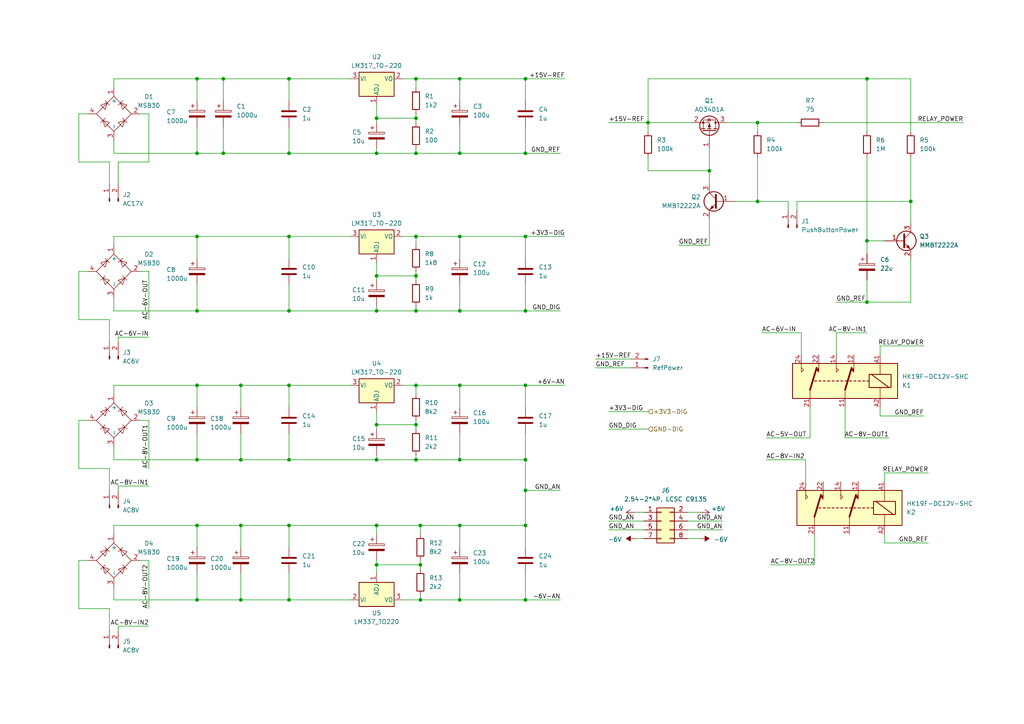
<source format=kicad_sch>
(kicad_sch (version 20231120) (generator "eeschema") (generator_version "8.0")
  (paper "A4")
  (lib_symbols
    (symbol "Connector:Conn_01x02_Pin" (pin_names (offset 1.016) hide)
      (property "Reference" "J" (at 0 2.54 0))
      (property "Value" "Conn_01x02_Pin" (at 0 -5.08 0))
      (symbol "Conn_01x02_Pin_1_1"
        (polyline (pts (xy 1.27 -2.54) (xy 0.8636 -2.54)) (stroke (width 0.1524)))
        (polyline (pts (xy 1.27 0) (xy 0.8636 0)) (stroke (width 0.1524)))
        (rectangle (start 0.8636 -2.413) (end 0 -2.667) (stroke (width 0.1524)) (fill (type outline)))
        (rectangle (start 0.8636 0.127) (end 0 -0.127) (stroke (width 0.1524)) (fill (type outline)))
        (pin passive line (at 5.08 0 180) (length 3.81) (name "Pin_1") (number "1"))
        (pin passive line (at 5.08 -2.54 180) (length 3.81) (name "Pin_2") (number "2"))
      )
    )
    (symbol "Connector_Generic:Conn_02x04_Odd_Even" (pin_names (offset 1.016) hide)
      (property "Reference" "J" (at 1.27 5.08 0))
      (property "Value" "Conn_02x04_Odd_Even" (at 1.27 -7.62 0))
      (symbol "Conn_02x04_Odd_Even_1_1"
        (rectangle (start -1.27 -4.953) (end 0 -5.207) (stroke (width 0.1524)))
        (rectangle (start -1.27 -2.413) (end 0 -2.667) (stroke (width 0.1524)))
        (rectangle (start -1.27 0.127) (end 0 -0.127) (stroke (width 0.1524)))
        (rectangle (start -1.27 2.667) (end 0 2.413) (stroke (width 0.1524)))
        (rectangle (start -1.27 3.81) (end 3.81 -6.35) (stroke (width 0.254)) (fill (type background)))
        (rectangle (start 3.81 -4.953) (end 2.54 -5.207) (stroke (width 0.1524)))
        (rectangle (start 3.81 -2.413) (end 2.54 -2.667) (stroke (width 0.1524)))
        (rectangle (start 3.81 0.127) (end 2.54 -0.127) (stroke (width 0.1524)))
        (rectangle (start 3.81 2.667) (end 2.54 2.413) (stroke (width 0.1524)))
        (pin passive line (at -5.08 2.54 0) (length 3.81) (name "Pin_1") (number "1"))
        (pin passive line (at 7.62 2.54 180) (length 3.81) (name "Pin_2") (number "2"))
        (pin passive line (at -5.08 0 0) (length 3.81) (name "Pin_3") (number "3"))
        (pin passive line (at 7.62 0 180) (length 3.81) (name "Pin_4") (number "4"))
        (pin passive line (at -5.08 -2.54 0) (length 3.81) (name "Pin_5") (number "5"))
        (pin passive line (at 7.62 -2.54 180) (length 3.81) (name "Pin_6") (number "6"))
        (pin passive line (at -5.08 -5.08 0) (length 3.81) (name "Pin_7") (number "7"))
        (pin passive line (at 7.62 -5.08 180) (length 3.81) (name "Pin_8") (number "8"))
      )
    )
    (symbol "Device:C" (pin_numbers hide) (pin_names (offset 0.254))
      (property "Reference" "C" (at 0.635 2.54 0))
      (property "Value" "C" (at 0.635 -2.54 0))
      (symbol "C_0_1"
        (polyline (pts (xy -2.032 -0.762) (xy 2.032 -0.762)) (stroke (width 0.508)))
        (polyline (pts (xy -2.032 0.762) (xy 2.032 0.762)) (stroke (width 0.508)))
      )
      (symbol "C_1_1"
        (pin passive line (at 0 3.81 270) (length 2.794) (name "~") (number "1"))
        (pin passive line (at 0 -3.81 90) (length 2.794) (name "~") (number "2"))
      )
    )
    (symbol "Device:C_Polarized" (pin_numbers hide) (pin_names (offset 0.254))
      (property "Reference" "C" (at 0.635 2.54 0))
      (property "Value" "C_Polarized" (at 0.635 -2.54 0))
      (symbol "C_Polarized_0_1"
        (rectangle (start -2.286 0.508) (end 2.286 1.016))
        (polyline (pts (xy -1.778 2.286) (xy -0.762 2.286)))
        (polyline (pts (xy -1.27 2.794) (xy -1.27 1.778)))
        (rectangle (start 2.286 -0.508) (end -2.286 -1.016) (fill (type outline)))
      )
      (symbol "C_Polarized_1_1"
        (pin passive line (at 0 3.81 270) (length 2.794) (name "~") (number "1"))
        (pin passive line (at 0 -3.81 90) (length 2.794) (name "~") (number "2"))
      )
    )
    (symbol "Device:R" (pin_numbers hide) (pin_names (offset 0))
      (property "Reference" "R" (at 2.032 0 90))
      (property "Value" "R" (at 0 0 90))
      (symbol "R_0_1"
        (rectangle (start -1.016 -2.54) (end 1.016 2.54) (stroke (width 0.254)))
      )
      (symbol "R_1_1"
        (pin passive line (at 0 3.81 270) (length 1.27) (name "~") (number "1"))
        (pin passive line (at 0 -3.81 90) (length 1.27) (name "~") (number "2"))
      )
    )
    (symbol "Passives:MSB30"
      (property "Reference" "D" (at 0.254 9.652 0))
      (property "Value" "MSB30" (at 0 0 0))
      (symbol "MSB30_0_1"
        (polyline (pts (xy -2.54 3.81) (xy -1.27 2.54)))
        (polyline (pts (xy -1.27 -2.54) (xy -2.54 -3.81)))
        (polyline (pts (xy 2.54 -1.27) (xy 3.81 -2.54)))
        (polyline (pts (xy 2.54 1.27) (xy 3.81 2.54)))
        (polyline (pts (xy -3.81 2.54) (xy -2.54 1.27) (xy -1.905 3.175) (xy -3.81 2.54)))
        (polyline (pts (xy -2.54 -1.27) (xy -3.81 -2.54) (xy -1.905 -3.175) (xy -2.54 -1.27)))
        (polyline (pts (xy 1.27 2.54) (xy 2.54 3.81) (xy 3.175 1.905) (xy 1.27 2.54)))
        (polyline (pts (xy 3.175 -1.905) (xy 1.27 -2.54) (xy 2.54 -3.81) (xy 3.175 -1.905)))
        (polyline (pts (xy -5.08 0) (xy 0 -5.08) (xy 5.08 0) (xy 0 5.08) (xy -5.08 0)))
      )
      (symbol "MSB30_1_1"
        (pin passive line (at 7.62 0 180) (length 2.54) (name "+") (number "1"))
        (pin passive line (at 0 -7.62 90) (length 2.54) (name "~") (number "2"))
        (pin passive line (at -7.62 0 0) (length 2.54) (name "-") (number "3"))
        (pin passive line (at 0 7.62 270) (length 2.54) (name "~") (number "4"))
      )
    )
    (symbol "Regulator_Linear:LM317_TO-220" (pin_names (offset 0.254))
      (property "Reference" "U" (at -3.81 3.175 0))
      (property "Value" "LM317_TO-220" (at 0 3.175 0))
      (symbol "LM317_TO-220_0_1"
        (rectangle (start -5.08 1.905) (end 5.08 -5.08) (stroke (width 0.254)) (fill (type background)))
      )
      (symbol "LM317_TO-220_1_1"
        (pin input line (at 0 -7.62 90) (length 2.54) (name "ADJ") (number "1"))
        (pin power_out line (at 7.62 0 180) (length 2.54) (name "VO") (number "2"))
        (pin power_in line (at -7.62 0 0) (length 2.54) (name "VI") (number "3"))
      )
    )
    (symbol "Regulator_Linear:LM337_TO220" (pin_names (offset 0.254))
      (property "Reference" "U" (at -3.81 -3.175 0))
      (property "Value" "LM337_TO220" (at 0 -3.175 0))
      (symbol "LM337_TO220_0_1"
        (rectangle (start -5.08 5.08) (end 5.08 -1.905) (stroke (width 0.254)) (fill (type background)))
      )
      (symbol "LM337_TO220_1_1"
        (pin input line (at 0 7.62 270) (length 2.54) (name "ADJ") (number "1"))
        (pin power_in line (at -7.62 0 0) (length 2.54) (name "VI") (number "2"))
        (pin power_out line (at 7.62 0 180) (length 2.54) (name "VO") (number "3"))
      )
    )
    (symbol "Relay:HK19F-DCxxV-SHC"
      (property "Reference" "K" (at 16.51 3.81 0))
      (property "Value" "HK19F-DCxxV-SHC" (at 16.51 1.27 0))
      (symbol "HK19F-DCxxV-SHC_0_1"
        (rectangle (start -15.24 5.08) (end 15.24 -5.08) (stroke (width 0.254)) (fill (type background)))
        (rectangle (start -13.335 1.905) (end -6.985 -1.905) (stroke (width 0.254)))
        (polyline (pts (xy -12.7 -1.905) (xy -7.62 1.905)) (stroke (width 0.254)))
        (polyline (pts (xy -10.16 -5.08) (xy -10.16 -1.905)))
        (polyline (pts (xy -10.16 5.08) (xy -10.16 1.905)))
        (polyline (pts (xy -6.985 0) (xy -6.35 0)) (stroke (width 0.254)))
        (polyline (pts (xy -5.715 0) (xy -5.08 0)) (stroke (width 0.254)))
        (polyline (pts (xy -4.445 0) (xy -3.81 0)) (stroke (width 0.254)))
        (polyline (pts (xy -3.175 0) (xy -2.54 0)) (stroke (width 0.254)))
        (polyline (pts (xy -1.905 0) (xy -1.27 0)) (stroke (width 0.254)))
        (polyline (pts (xy -0.635 0) (xy 0 0)) (stroke (width 0.254)))
        (polyline (pts (xy 0 -2.54) (xy -1.905 3.81)) (stroke (width 0.508)))
        (polyline (pts (xy 0 -2.54) (xy 0 -5.08)))
        (polyline (pts (xy 0.635 0) (xy 1.27 0)) (stroke (width 0.254)))
        (polyline (pts (xy 1.905 0) (xy 2.54 0)) (stroke (width 0.254)))
        (polyline (pts (xy 3.175 0) (xy 3.81 0)) (stroke (width 0.254)))
        (polyline (pts (xy 4.445 0) (xy 5.08 0)) (stroke (width 0.254)))
        (polyline (pts (xy 5.715 0) (xy 6.35 0)) (stroke (width 0.254)))
        (polyline (pts (xy 6.985 0) (xy 7.62 0)) (stroke (width 0.254)))
        (polyline (pts (xy 8.255 0) (xy 8.89 0)) (stroke (width 0.254)))
        (polyline (pts (xy 10.16 -2.54) (xy 8.255 3.81)) (stroke (width 0.508)))
        (polyline (pts (xy 10.16 -2.54) (xy 10.16 -5.08)))
        (polyline (pts (xy -2.54 5.08) (xy -2.54 2.54) (xy -1.905 3.175) (xy -2.54 3.81)) (fill (type outline)))
        (polyline (pts (xy 2.54 5.08) (xy 2.54 2.54) (xy 1.905 3.175) (xy 2.54 3.81)))
        (polyline (pts (xy 7.62 5.08) (xy 7.62 2.54) (xy 8.255 3.175) (xy 7.62 3.81)) (fill (type outline)))
        (polyline (pts (xy 12.7 5.08) (xy 12.7 2.54) (xy 12.065 3.175) (xy 12.7 3.81)))
      )
      (symbol "HK19F-DCxxV-SHC_1_1"
        (pin passive line (at 0 -7.62 90) (length 2.54) (name "~") (number "11"))
        (pin passive line (at -2.54 7.62 270) (length 2.54) (name "~") (number "12"))
        (pin passive line (at 2.54 7.62 270) (length 2.54) (name "~") (number "14"))
        (pin passive line (at 10.16 -7.62 90) (length 2.54) (name "~") (number "21"))
        (pin passive line (at 7.62 7.62 270) (length 2.54) (name "~") (number "22"))
        (pin passive line (at 12.7 7.62 270) (length 2.54) (name "~") (number "24"))
        (pin passive line (at -10.16 7.62 270) (length 2.54) (name "~") (number "A1"))
        (pin passive line (at -10.16 -7.62 90) (length 2.54) (name "~") (number "A2"))
      )
    )
    (symbol "Transistor_BJT:MMBT2222A" (pin_names (offset 0) hide)
      (property "Reference" "Q" (at 5.08 1.905 0))
      (property "Value" "MMBT2222A" (at 5.08 0 0))
      (symbol "MMBT2222A_0_1"
        (polyline (pts (xy 0.635 0.635) (xy 2.54 2.54)))
        (polyline (pts (xy 0.635 -0.635) (xy 2.54 -2.54) (xy 2.54 -2.54)))
        (polyline (pts (xy 0.635 1.905) (xy 0.635 -1.905) (xy 0.635 -1.905)) (stroke (width 0.508)))
        (polyline (pts (xy 1.27 -1.778) (xy 1.778 -1.27) (xy 2.286 -2.286) (xy 1.27 -1.778) (xy 1.27 -1.778)) (fill (type outline)))
        (circle (center 1.27 0) (radius 2.8194) (stroke (width 0.254)))
      )
      (symbol "MMBT2222A_1_1"
        (pin input line (at -5.08 0 0) (length 5.715) (name "B") (number "1"))
        (pin passive line (at 2.54 -5.08 90) (length 2.54) (name "E") (number "2"))
        (pin passive line (at 2.54 5.08 270) (length 2.54) (name "C") (number "3"))
      )
    )
    (symbol "Transistor_FET:AO3401A" (pin_names hide)
      (property "Reference" "Q" (at 5.08 1.905 0))
      (property "Value" "AO3401A" (at 5.08 0 0))
      (symbol "AO3401A_0_1"
        (polyline (pts (xy 0.254 0) (xy -2.54 0)))
        (polyline (pts (xy 0.254 1.905) (xy 0.254 -1.905)) (stroke (width 0.254)))
        (polyline (pts (xy 0.762 -1.27) (xy 0.762 -2.286)) (stroke (width 0.254)))
        (polyline (pts (xy 0.762 0.508) (xy 0.762 -0.508)) (stroke (width 0.254)))
        (polyline (pts (xy 0.762 2.286) (xy 0.762 1.27)) (stroke (width 0.254)))
        (polyline (pts (xy 2.54 2.54) (xy 2.54 1.778)))
        (polyline (pts (xy 2.54 -2.54) (xy 2.54 0) (xy 0.762 0)))
        (polyline (pts (xy 0.762 1.778) (xy 3.302 1.778) (xy 3.302 -1.778) (xy 0.762 -1.778)))
        (polyline (pts (xy 2.286 0) (xy 1.27 0.381) (xy 1.27 -0.381) (xy 2.286 0)) (fill (type outline)))
        (polyline (pts (xy 2.794 -0.508) (xy 2.921 -0.381) (xy 3.683 -0.381) (xy 3.81 -0.254)))
        (polyline (pts (xy 3.302 -0.381) (xy 2.921 0.254) (xy 3.683 0.254) (xy 3.302 -0.381)))
        (circle (center 1.651 0) (radius 2.794) (stroke (width 0.254)))
        (circle (center 2.54 -1.778) (radius 0.254) (fill (type outline)))
        (circle (center 2.54 1.778) (radius 0.254) (fill (type outline)))
      )
      (symbol "AO3401A_1_1"
        (pin input line (at -5.08 0 0) (length 2.54) (name "G") (number "1"))
        (pin passive line (at 2.54 -5.08 90) (length 2.54) (name "S") (number "2"))
        (pin passive line (at 2.54 5.08 270) (length 2.54) (name "D") (number "3"))
      )
    )
    (symbol "power:+6V" (power) (pin_numbers hide) (pin_names (offset 0) hide)
      (property "Value" "+6V" (at 0 3.556 0))
      (symbol "+6V_0_1"
        (polyline (pts (xy -0.762 1.27) (xy 0 2.54)))
        (polyline (pts (xy 0 0) (xy 0 2.54)))
        (polyline (pts (xy 0 2.54) (xy 0.762 1.27)))
      )
      (symbol "+6V_1_1"
        (pin power_in line (at 0 0 90) (length 0) (name "~") (number "1"))
      )
    )
    (symbol "power:-10V" (power) (pin_numbers hide) (pin_names (offset 0) hide)
      (property "Value" "-10V" (at 0 3.556 0))
      (symbol "-10V_0_0"
        (pin power_in line (at 0 0 90) (length 0) (name "~") (number "1"))
      )
      (symbol "-10V_0_1"
        (polyline (pts (xy 0 0) (xy 0 1.27) (xy 0.762 1.27) (xy 0 2.54) (xy -0.762 1.27) (xy 0 1.27)) (fill (type outline)))
      )
    )
  )
  (junction (at 120.65 80.01))
  (junction (at 109.22 80.01))
  (junction (at 152.4 44.45))
  (junction (at 57.15 22.86))
  (junction (at 187.96 35.56))
  (junction (at 251.46 69.85))
  (junction (at 133.35 152.4))
  (junction (at 57.15 111.76))
  (junction (at 251.46 87.63))
  (junction (at 152.4 142.24))
  (junction (at 57.15 152.4))
  (junction (at 64.77 22.86))
  (junction (at 133.35 44.45))
  (junction (at 120.65 90.17))
  (junction (at 120.65 22.86))
  (junction (at 152.4 22.86))
  (junction (at 133.35 68.58))
  (junction (at 83.82 111.76))
  (junction (at 133.35 111.76))
  (junction (at 152.4 173.99))
  (junction (at 109.22 90.17))
  (junction (at 57.15 68.58))
  (junction (at 133.35 90.17))
  (junction (at 83.82 133.35))
  (junction (at 152.4 111.76))
  (junction (at 121.92 163.83))
  (junction (at 152.4 90.17))
  (junction (at 57.15 90.17))
  (junction (at 152.4 68.58))
  (junction (at 264.16 58.42))
  (junction (at 83.82 68.58))
  (junction (at 152.4 133.35))
  (junction (at 133.35 173.99))
  (junction (at 109.22 123.19))
  (junction (at 152.4 152.4))
  (junction (at 120.65 123.19))
  (junction (at 83.82 152.4))
  (junction (at 219.71 35.56))
  (junction (at 120.65 133.35))
  (junction (at 69.85 133.35))
  (junction (at 120.65 111.76))
  (junction (at 205.74 49.53))
  (junction (at 83.82 90.17))
  (junction (at 57.15 173.99))
  (junction (at 69.85 152.4))
  (junction (at 57.15 44.45))
  (junction (at 120.65 44.45))
  (junction (at 121.92 152.4))
  (junction (at 133.35 22.86))
  (junction (at 120.65 68.58))
  (junction (at 57.15 133.35))
  (junction (at 109.22 152.4))
  (junction (at 109.22 34.29))
  (junction (at 121.92 173.99))
  (junction (at 83.82 173.99))
  (junction (at 109.22 163.83))
  (junction (at 69.85 111.76))
  (junction (at 83.82 22.86))
  (junction (at 120.65 34.29))
  (junction (at 64.77 44.45))
  (junction (at 133.35 133.35))
  (junction (at 109.22 133.35))
  (junction (at 109.22 44.45))
  (junction (at 83.82 44.45))
  (junction (at 69.85 173.99))
  (junction (at 219.71 58.42))
  (junction (at 251.46 22.86))
  (wire (pts (xy 152.4 22.86) (xy 152.4 29.21)))
  (wire (pts (xy 251.46 69.85) (xy 256.54 69.85)))
  (wire (pts (xy 22.86 78.74) (xy 25.4 78.74)))
  (wire (pts (xy 264.16 22.86) (xy 251.46 22.86)))
  (wire (pts (xy 22.86 121.92) (xy 25.4 121.92)))
  (wire (pts (xy 31.75 92.71) (xy 22.86 92.71)))
  (wire (pts (xy 234.95 127) (xy 234.95 118.11)))
  (wire (pts (xy 152.4 133.35) (xy 133.35 133.35)))
  (wire (pts (xy 57.15 22.86) (xy 57.15 29.21)))
  (wire (pts (xy 205.74 49.53) (xy 205.74 53.34)))
  (wire (pts (xy 120.65 88.9) (xy 120.65 90.17)))
  (wire (pts (xy 232.41 96.52) (xy 232.41 102.87)))
  (wire (pts (xy 228.6 58.42) (xy 219.71 58.42)))
  (wire (pts (xy 43.18 162.56) (xy 40.64 162.56)))
  (wire (pts (xy 121.92 152.4) (xy 133.35 152.4)))
  (wire (pts (xy 133.35 166.37) (xy 133.35 173.99)))
  (wire (pts (xy 152.4 166.37) (xy 152.4 173.99)))
  (wire (pts (xy 33.02 111.76) (xy 57.15 111.76)))
  (wire (pts (xy 22.86 46.99) (xy 22.86 33.02)))
  (wire (pts (xy 152.4 90.17) (xy 162.56 90.17)))
  (wire (pts (xy 152.4 36.83) (xy 152.4 44.45)))
  (wire (pts (xy 83.82 44.45) (xy 109.22 44.45)))
  (wire (pts (xy 203.2 148.59) (xy 199.39 148.59)))
  (wire (pts (xy 33.02 173.99) (xy 33.02 170.18)))
  (wire (pts (xy 33.02 133.35) (xy 33.02 129.54)))
  (wire (pts (xy 57.15 44.45) (xy 33.02 44.45)))
  (wire (pts (xy 152.4 68.58) (xy 152.4 74.93)))
  (wire (pts (xy 196.85 71.12) (xy 205.74 71.12)))
  (wire (pts (xy 64.77 36.83) (xy 64.77 44.45)))
  (wire (pts (xy 34.29 97.79) (xy 43.18 97.79)))
  (wire (pts (xy 109.22 132.08) (xy 109.22 133.35)))
  (wire (pts (xy 109.22 34.29) (xy 120.65 34.29)))
  (wire (pts (xy 109.22 88.9) (xy 109.22 90.17)))
  (wire (pts (xy 199.39 153.67) (xy 209.55 153.67)))
  (wire (pts (xy 31.75 176.53) (xy 22.86 176.53)))
  (wire (pts (xy 186.69 153.67) (xy 176.53 153.67)))
  (wire (pts (xy 152.4 82.55) (xy 152.4 90.17)))
  (wire (pts (xy 187.96 22.86) (xy 187.96 35.56)))
  (wire (pts (xy 152.4 158.75) (xy 152.4 152.4)))
  (wire (pts (xy 64.77 44.45) (xy 57.15 44.45)))
  (wire (pts (xy 22.86 176.53) (xy 22.86 162.56)))
  (wire (pts (xy 31.75 135.89) (xy 22.86 135.89)))
  (wire (pts (xy 120.65 68.58) (xy 133.35 68.58)))
  (wire (pts (xy 184.15 148.59) (xy 186.69 148.59)))
  (wire (pts (xy 109.22 76.2) (xy 109.22 80.01)))
  (wire (pts (xy 69.85 152.4) (xy 69.85 158.75)))
  (wire (pts (xy 187.96 35.56) (xy 176.53 35.56)))
  (wire (pts (xy 120.65 121.92) (xy 120.65 123.19)))
  (wire (pts (xy 57.15 111.76) (xy 69.85 111.76)))
  (wire (pts (xy 31.75 53.34) (xy 31.75 46.99)))
  (wire (pts (xy 57.15 133.35) (xy 69.85 133.35)))
  (wire (pts (xy 33.02 152.4) (xy 57.15 152.4)))
  (wire (pts (xy 57.15 152.4) (xy 69.85 152.4)))
  (wire (pts (xy 57.15 111.76) (xy 57.15 118.11)))
  (wire (pts (xy 83.82 158.75) (xy 83.82 152.4)))
  (wire (pts (xy 109.22 80.01) (xy 109.22 81.28)))
  (wire (pts (xy 264.16 58.42) (xy 264.16 64.77)))
  (wire (pts (xy 109.22 44.45) (xy 120.65 44.45)))
  (wire (pts (xy 133.35 68.58) (xy 152.4 68.58)))
  (wire (pts (xy 152.4 142.24) (xy 152.4 152.4)))
  (wire (pts (xy 199.39 151.13) (xy 209.55 151.13)))
  (wire (pts (xy 152.4 44.45) (xy 162.56 44.45)))
  (wire (pts (xy 121.92 173.99) (xy 121.92 172.72)))
  (wire (pts (xy 133.35 82.55) (xy 133.35 90.17)))
  (wire (pts (xy 251.46 87.63) (xy 251.46 81.28)))
  (wire (pts (xy 152.4 111.76) (xy 163.83 111.76)))
  (wire (pts (xy 120.65 132.08) (xy 120.65 133.35)))
  (wire (pts (xy 205.74 49.53) (xy 205.74 43.18)))
  (wire (pts (xy 83.82 74.93) (xy 83.82 68.58)))
  (wire (pts (xy 109.22 34.29) (xy 109.22 35.56)))
  (wire (pts (xy 57.15 166.37) (xy 57.15 173.99)))
  (wire (pts (xy 264.16 38.1) (xy 264.16 22.86)))
  (wire (pts (xy 210.82 35.56) (xy 219.71 35.56)))
  (wire (pts (xy 251.46 22.86) (xy 187.96 22.86)))
  (wire (pts (xy 109.22 43.18) (xy 109.22 44.45)))
  (wire (pts (xy 256.54 157.48) (xy 256.54 154.94)))
  (wire (pts (xy 83.82 44.45) (xy 64.77 44.45)))
  (wire (pts (xy 33.02 22.86) (xy 57.15 22.86)))
  (wire (pts (xy 69.85 125.73) (xy 69.85 133.35)))
  (wire (pts (xy 220.98 96.52) (xy 232.41 96.52)))
  (wire (pts (xy 22.86 33.02) (xy 25.4 33.02)))
  (wire (pts (xy 133.35 158.75) (xy 133.35 152.4)))
  (wire (pts (xy 120.65 22.86) (xy 120.65 25.4)))
  (wire (pts (xy 31.75 142.24) (xy 31.75 135.89)))
  (wire (pts (xy 133.35 22.86) (xy 152.4 22.86)))
  (wire (pts (xy 121.92 163.83) (xy 121.92 165.1)))
  (wire (pts (xy 57.15 125.73) (xy 57.15 133.35)))
  (wire (pts (xy 152.4 173.99) (xy 133.35 173.99)))
  (wire (pts (xy 109.22 152.4) (xy 121.92 152.4)))
  (wire (pts (xy 219.71 35.56) (xy 231.14 35.56)))
  (wire (pts (xy 83.82 118.11) (xy 83.82 111.76)))
  (wire (pts (xy 34.29 140.97) (xy 43.18 140.97)))
  (wire (pts (xy 109.22 90.17) (xy 120.65 90.17)))
  (wire (pts (xy 152.4 90.17) (xy 133.35 90.17)))
  (wire (pts (xy 133.35 36.83) (xy 133.35 44.45)))
  (wire (pts (xy 43.18 33.02) (xy 40.64 33.02)))
  (wire (pts (xy 22.86 135.89) (xy 22.86 121.92)))
  (wire (pts (xy 222.25 127) (xy 234.95 127)))
  (wire (pts (xy 83.82 125.73) (xy 83.82 133.35)))
  (wire (pts (xy 152.4 142.24) (xy 152.4 133.35)))
  (wire (pts (xy 31.75 99.06) (xy 31.75 92.71)))
  (wire (pts (xy 83.82 111.76) (xy 101.6 111.76)))
  (wire (pts (xy 251.46 45.72) (xy 251.46 69.85)))
  (wire (pts (xy 255.27 100.33) (xy 267.97 100.33)))
  (wire (pts (xy 133.35 22.86) (xy 133.35 29.21)))
  (wire (pts (xy 120.65 133.35) (xy 133.35 133.35)))
  (wire (pts (xy 34.29 46.99) (xy 43.18 46.99)))
  (wire (pts (xy 219.71 38.1) (xy 219.71 35.56)))
  (wire (pts (xy 120.65 111.76) (xy 120.65 114.3)))
  (wire (pts (xy 152.4 142.24) (xy 162.56 142.24)))
  (wire (pts (xy 133.35 111.76) (xy 152.4 111.76)))
  (wire (pts (xy 57.15 173.99) (xy 69.85 173.99)))
  (wire (pts (xy 184.15 156.21) (xy 186.69 156.21)))
  (wire (pts (xy 256.54 139.7) (xy 256.54 137.16)))
  (wire (pts (xy 34.29 181.61) (xy 43.18 181.61)))
  (wire (pts (xy 109.22 163.83) (xy 121.92 163.83)))
  (wire (pts (xy 34.29 99.06) (xy 34.29 97.79)))
  (wire (pts (xy 267.97 120.65) (xy 255.27 120.65)))
  (wire (pts (xy 43.18 46.99) (xy 43.18 33.02)))
  (wire (pts (xy 133.35 111.76) (xy 133.35 118.11)))
  (wire (pts (xy 83.82 173.99) (xy 101.6 173.99)))
  (wire (pts (xy 242.57 102.87) (xy 242.57 96.52)))
  (wire (pts (xy 109.22 123.19) (xy 109.22 124.46)))
  (wire (pts (xy 43.18 92.71) (xy 43.18 78.74)))
  (wire (pts (xy 31.75 46.99) (xy 22.86 46.99)))
  (wire (pts (xy 109.22 133.35) (xy 120.65 133.35)))
  (wire (pts (xy 109.22 30.48) (xy 109.22 34.29)))
  (wire (pts (xy 69.85 173.99) (xy 83.82 173.99)))
  (wire (pts (xy 120.65 80.01) (xy 120.65 81.28)))
  (wire (pts (xy 231.14 58.42) (xy 264.16 58.42)))
  (wire (pts (xy 83.82 22.86) (xy 101.6 22.86)))
  (wire (pts (xy 172.72 106.68) (xy 182.88 106.68)))
  (wire (pts (xy 22.86 162.56) (xy 25.4 162.56)))
  (wire (pts (xy 109.22 119.38) (xy 109.22 123.19)))
  (wire (pts (xy 120.65 90.17) (xy 133.35 90.17)))
  (wire (pts (xy 121.92 154.94) (xy 121.92 152.4)))
  (wire (pts (xy 245.11 118.11) (xy 245.11 127)))
  (wire (pts (xy 43.18 135.89) (xy 43.18 121.92)))
  (wire (pts (xy 251.46 22.86) (xy 251.46 38.1)))
  (wire (pts (xy 57.15 36.83) (xy 57.15 44.45)))
  (wire (pts (xy 69.85 111.76) (xy 69.85 118.11)))
  (wire (pts (xy 120.65 78.74) (xy 120.65 80.01)))
  (wire (pts (xy 186.69 151.13) (xy 176.53 151.13)))
  (wire (pts (xy 69.85 133.35) (xy 83.82 133.35)))
  (wire (pts (xy 116.84 22.86) (xy 120.65 22.86)))
  (wire (pts (xy 31.75 182.88) (xy 31.75 176.53)))
  (wire (pts (xy 242.57 96.52) (xy 251.46 96.52)))
  (wire (pts (xy 83.82 36.83) (xy 83.82 44.45)))
  (wire (pts (xy 43.18 121.92) (xy 40.64 121.92)))
  (wire (pts (xy 69.85 152.4) (xy 83.82 152.4)))
  (wire (pts (xy 152.4 125.73) (xy 152.4 133.35)))
  (wire (pts (xy 43.18 176.53) (xy 43.18 162.56)))
  (wire (pts (xy 219.71 45.72) (xy 219.71 58.42)))
  (wire (pts (xy 33.02 114.3) (xy 33.02 111.76)))
  (wire (pts (xy 236.22 163.83) (xy 236.22 154.94)))
  (wire (pts (xy 109.22 162.56) (xy 109.22 163.83)))
  (wire (pts (xy 83.82 133.35) (xy 109.22 133.35)))
  (wire (pts (xy 83.82 29.21) (xy 83.82 22.86)))
  (wire (pts (xy 116.84 111.76) (xy 120.65 111.76)))
  (wire (pts (xy 33.02 44.45) (xy 33.02 40.64)))
  (wire (pts (xy 228.6 60.96) (xy 228.6 58.42)))
  (wire (pts (xy 133.35 173.99) (xy 121.92 173.99)))
  (wire (pts (xy 205.74 71.12) (xy 205.74 63.5)))
  (wire (pts (xy 152.4 152.4) (xy 133.35 152.4)))
  (wire (pts (xy 57.15 90.17) (xy 83.82 90.17)))
  (wire (pts (xy 120.65 33.02) (xy 120.65 34.29)))
  (wire (pts (xy 120.65 22.86) (xy 133.35 22.86)))
  (wire (pts (xy 120.65 111.76) (xy 133.35 111.76)))
  (wire (pts (xy 187.96 45.72) (xy 187.96 49.53)))
  (wire (pts (xy 34.29 182.88) (xy 34.29 181.61)))
  (wire (pts (xy 152.4 22.86) (xy 163.83 22.86)))
  (wire (pts (xy 43.18 78.74) (xy 40.64 78.74)))
  (wire (pts (xy 152.4 44.45) (xy 133.35 44.45)))
  (wire (pts (xy 57.15 173.99) (xy 33.02 173.99)))
  (wire (pts (xy 33.02 25.4) (xy 33.02 22.86)))
  (wire (pts (xy 231.14 60.96) (xy 231.14 58.42)))
  (wire (pts (xy 57.15 68.58) (xy 83.82 68.58)))
  (wire (pts (xy 34.29 142.24) (xy 34.29 140.97)))
  (wire (pts (xy 187.96 49.53) (xy 205.74 49.53)))
  (wire (pts (xy 255.27 102.87) (xy 255.27 100.33)))
  (wire (pts (xy 152.4 111.76) (xy 152.4 118.11)))
  (wire (pts (xy 255.27 120.65) (xy 255.27 118.11)))
  (wire (pts (xy 120.65 68.58) (xy 120.65 71.12)))
  (wire (pts (xy 200.66 35.56) (xy 187.96 35.56)))
  (wire (pts (xy 120.65 123.19) (xy 120.65 124.46)))
  (wire (pts (xy 109.22 163.83) (xy 109.22 166.37)))
  (wire (pts (xy 34.29 53.34) (xy 34.29 46.99)))
  (wire (pts (xy 69.85 166.37) (xy 69.85 173.99)))
  (wire (pts (xy 64.77 22.86) (xy 64.77 29.21)))
  (wire (pts (xy 83.82 166.37) (xy 83.82 173.99)))
  (wire (pts (xy 83.82 22.86) (xy 64.77 22.86)))
  (wire (pts (xy 120.65 34.29) (xy 120.65 35.56)))
  (wire (pts (xy 133.35 125.73) (xy 133.35 133.35)))
  (wire (pts (xy 233.68 133.35) (xy 233.68 139.7)))
  (wire (pts (xy 57.15 152.4) (xy 57.15 158.75)))
  (wire (pts (xy 83.82 68.58) (xy 101.6 68.58)))
  (wire (pts (xy 264.16 74.93) (xy 264.16 87.63)))
  (wire (pts (xy 57.15 90.17) (xy 33.02 90.17)))
  (wire (pts (xy 242.57 87.63) (xy 251.46 87.63)))
  (wire (pts (xy 120.65 44.45) (xy 133.35 44.45)))
  (wire (pts (xy 116.84 173.99) (xy 121.92 173.99)))
  (wire (pts (xy 121.92 162.56) (xy 121.92 163.83)))
  (wire (pts (xy 176.53 124.46) (xy 187.96 124.46)))
  (wire (pts (xy 57.15 133.35) (xy 33.02 133.35)))
  (wire (pts (xy 133.35 68.58) (xy 133.35 74.93)))
  (wire (pts (xy 120.65 43.18) (xy 120.65 44.45)))
  (wire (pts (xy 33.02 154.94) (xy 33.02 152.4)))
  (wire (pts (xy 256.54 137.16) (xy 269.24 137.16)))
  (wire (pts (xy 251.46 69.85) (xy 251.46 73.66)))
  (wire (pts (xy 57.15 22.86) (xy 64.77 22.86)))
  (wire (pts (xy 109.22 80.01) (xy 120.65 80.01)))
  (wire (pts (xy 219.71 58.42) (xy 213.36 58.42)))
  (wire (pts (xy 109.22 152.4) (xy 109.22 154.94)))
  (wire (pts (xy 203.2 156.21) (xy 199.39 156.21)))
  (wire (pts (xy 33.02 68.58) (xy 57.15 68.58)))
  (wire (pts (xy 222.25 133.35) (xy 233.68 133.35)))
  (wire (pts (xy 172.72 104.14) (xy 182.88 104.14)))
  (wire (pts (xy 57.15 82.55) (xy 57.15 90.17)))
  (wire (pts (xy 22.86 92.71) (xy 22.86 78.74)))
  (wire (pts (xy 83.82 90.17) (xy 109.22 90.17)))
  (wire (pts (xy 116.84 68.58) (xy 120.65 68.58)))
  (wire (pts (xy 223.52 163.83) (xy 236.22 163.83)))
  (wire (pts (xy 245.11 127) (xy 257.81 127)))
  (wire (pts (xy 238.76 35.56) (xy 279.4 35.56)))
  (wire (pts (xy 83.82 82.55) (xy 83.82 90.17)))
  (wire (pts (xy 109.22 152.4) (xy 83.82 152.4)))
  (wire (pts (xy 264.16 87.63) (xy 251.46 87.63)))
  (wire (pts (xy 152.4 68.58) (xy 163.83 68.58)))
  (wire (pts (xy 176.53 119.38) (xy 187.96 119.38)))
  (wire (pts (xy 33.02 90.17) (xy 33.02 86.36)))
  (wire (pts (xy 264.16 45.72) (xy 264.16 58.42)))
  (wire (pts (xy 57.15 68.58) (xy 57.15 74.93)))
  (wire (pts (xy 152.4 173.99) (xy 162.56 173.99)))
  (wire (pts (xy 269.24 157.48) (xy 256.54 157.48)))
  (wire (pts (xy 33.02 71.12) (xy 33.02 68.58)))
  (wire (pts (xy 109.22 123.19) (xy 120.65 123.19)))
  (wire (pts (xy 69.85 111.76) (xy 83.82 111.76)))
  (wire (pts (xy 187.96 35.56) (xy 187.96 38.1)))
  (label "RELAY_POWER" (at 269.24 137.16 180))
  (label "GND_REF" (at 172.72 106.68 0))
  (label "GND_REF" (at 162.56 44.45 180))
  (label "+3V3-DIG" (at 163.83 68.58 180))
  (label "GND_AN" (at 176.53 151.13 0))
  (label "GND_REF" (at 269.24 157.48 180))
  (label "RELAY_POWER" (at 279.4 35.56 180))
  (label "+3V3-DIG" (at 176.53 119.38 0))
  (label "AC-8V-IN1" (at 251.46 96.52 180))
  (label "AC-5V-OUT" (at 222.25 127 0))
  (label "GND_AN" (at 176.53 153.67 0))
  (label "GND_REF" (at 196.85 71.12 0))
  (label "GND_REF" (at 242.57 87.63 0))
  (label "GND_AN" (at 209.55 153.67 180))
  (label "+15V-REF" (at 176.53 35.56 0))
  (label "GND_AN" (at 209.55 151.13 180))
  (label "+15V-REF" (at 172.72 104.14 0))
  (label "GND_DIG" (at 176.53 124.46 0))
  (label "AC-6V-OUT" (at 43.18 92.71 90))
  (label "AC-8V-OUT2" (at 223.52 163.83 0))
  (label "AC-8V-OUT1" (at 43.18 135.89 90))
  (label "GND_REF" (at 267.97 120.65 180))
  (label "GND_DIG" (at 162.56 90.17 180))
  (label "+6V-AN" (at 163.83 111.76 180))
  (label "AC-6V-IN" (at 43.18 97.79 180))
  (label "-6V-AN" (at 162.56 173.99 180))
  (label "AC-8V-OUT1" (at 257.81 127 180))
  (label "AC-8V-IN2" (at 43.18 181.61 180))
  (label "+15V-REF" (at 163.83 22.86 180))
  (label "GND_AN" (at 162.56 142.24 180))
  (label "AC-8V-IN2" (at 222.25 133.35 0))
  (label "AC-6V-IN" (at 220.98 96.52 0))
  (label "AC-8V-IN1" (at 43.18 140.97 180))
  (label "AC-8V-OUT2" (at 43.18 176.53 90))
  (label "RELAY_POWER" (at 267.97 100.33 180))
  (hierarchical_label "GND-DIG" (shape input) (at 187.96 124.46 0))
  (hierarchical_label "+3V3-DIG" (shape input) (at 187.96 119.38 0))
  (symbol (lib_id "Device:C_Polarized") (at 133.35 162.56 0) (unit 1)
    (property "Reference" "C23" (at 137.16 160.4009 0) (effects (justify left)))
    (property "Value" "100u" (at 137.16 162.9409 0) (effects (justify left)))
    (property "Footprint" "Capacitor_SMD:CP_Elec_CAP-XX_DMF3Zxxxxxxxx3D" (effects (hide yes)))
    (property "Description" "Polarized capacitor" (effects (hide yes)))
  )
  (symbol (lib_id "Connector:Conn_01x02_Pin") (at 31.75 104.14 90) (unit 1)
    (property "Reference" "J3" (at 35.56 102.2349 90) (effects (justify right)))
    (property "Value" "AC6V" (at 35.56 104.7749 90) (effects (justify right)))
    (property "Footprint" "Connector_PinHeader_2.54mm:PinHeader_1x02_P2.54mm_Vertical" (effects (hide yes)))
    (property "Description" "Generic connector, single row, 01x02, script generated" (effects (hide yes)))
  )
  (symbol (lib_id "Device:C_Polarized") (at 133.35 33.02 0) (unit 1)
    (property "Reference" "C3" (at 137.16 30.8609 0) (effects (justify left)))
    (property "Value" "100u" (at 137.16 33.4009 0) (effects (justify left)))
    (property "Footprint" "Capacitor_SMD:CP_Elec_CAP-XX_DMF3Zxxxxxxxx3D" (effects (hide yes)))
    (property "Description" "Polarized capacitor" (effects (hide yes)))
  )
  (symbol (lib_id "Device:C_Polarized") (at 109.22 85.09 0) (unit 1)
    (property "Reference" "C11" (at 102.108 84.074 0) (effects (justify left)))
    (property "Value" "10u" (at 102.108 86.614 0) (effects (justify left)))
    (property "Footprint" "Capacitor_SMD:CP_Elec_CAP-XX_DMF3Zxxxxxxxx3D" (effects (hide yes)))
    (property "Description" "Polarized capacitor" (effects (hide yes)))
  )
  (symbol (lib_id "Device:R") (at 187.96 41.91 0) (unit 1)
    (property "Reference" "R3" (at 190.5 40.6399 0) (effects (justify left)))
    (property "Value" "100k" (at 190.5 43.1799 0) (effects (justify left)))
    (property "Footprint" "Resistor_SMD:R_1206_3216Metric_Pad1.30x1.75mm_HandSolder" (effects (hide yes)))
    (property "Description" "Resistor" (effects (hide yes)))
  )
  (symbol (lib_id "Passives:MSB30") (at 33.02 162.56 90) (unit 1)
    (property "Reference" "D4" (at 43.18 157.6068 90))
    (property "Value" "MSB30" (at 43.18 160.1468 90))
    (property "Footprint" "Passives:MSB30" (effects (hide yes)))
  )
  (symbol (lib_id "Device:R") (at 121.92 158.75 0) (unit 1)
    (property "Reference" "R12" (at 124.46 157.4799 0) (effects (justify left)))
    (property "Value" "8k2" (at 124.46 160.0199 0) (effects (justify left)))
    (property "Footprint" "Resistor_SMD:R_1206_3216Metric_Pad1.30x1.75mm_HandSolder" (effects (hide yes)))
    (property "Description" "Resistor" (effects (hide yes)))
  )
  (symbol (lib_id "Device:C_Polarized") (at 133.35 121.92 0) (unit 1)
    (property "Reference" "C16" (at 137.16 119.7609 0) (effects (justify left)))
    (property "Value" "100u" (at 137.16 122.3009 0) (effects (justify left)))
    (property "Footprint" "Capacitor_SMD:CP_Elec_CAP-XX_DMF3Zxxxxxxxx3D" (effects (hide yes)))
    (property "Description" "Polarized capacitor" (effects (hide yes)))
  )
  (symbol (lib_id "Device:C_Polarized") (at 251.46 77.47 0) (unit 1)
    (property "Reference" "C6" (at 255.27 75.3109 0) (effects (justify left)))
    (property "Value" "22u" (at 255.27 77.8509 0) (effects (justify left)))
    (property "Footprint" "Capacitor_SMD:CP_Elec_CAP-XX_DMF3Zxxxxxxxx3D" (effects (hide yes)))
    (property "Description" "Polarized capacitor" (effects (hide yes)))
  )
  (symbol (lib_id "Connector_Generic:Conn_02x04_Odd_Even") (at 191.77 151.13 0) (unit 1)
    (property "Reference" "J6" (at 193.04 142.24 0))
    (property "Value" "2.54-2*4P, LCSC C9135" (at 193.04 144.78 0))
    (property "Footprint" "Connector_IDC:IDC-Header_2x04_P2.54mm_Vertical" (effects (hide yes)))
    (property "Description" "2.54mm Direct Insert 2x4P 4 Simple cow constellation 2.54mm 2 Plugin,P=2.54mm IDC Connectors ROHS" (effects (hide yes)))
  )
  (symbol (lib_id "Device:C") (at 83.82 162.56 0) (unit 1)
    (property "Reference" "C21" (at 87.63 161.2899 0) (effects (justify left)))
    (property "Value" "1u" (at 87.63 163.8299 0) (effects (justify left)))
    (property "Footprint" "Capacitor_SMD:C_0805_2012Metric_Pad1.18x1.45mm_HandSolder" (effects (hide yes)))
    (property "Description" "Unpolarized capacitor" (effects (hide yes)))
  )
  (symbol (lib_id "Device:R") (at 219.71 41.91 0) (unit 1)
    (property "Reference" "R4" (at 222.25 40.6399 0) (effects (justify left)))
    (property "Value" "100k" (at 222.25 43.1799 0) (effects (justify left)))
    (property "Footprint" "Resistor_SMD:R_1206_3216Metric_Pad1.30x1.75mm_HandSolder" (effects (hide yes)))
    (property "Description" "Resistor" (effects (hide yes)))
  )
  (symbol (lib_id "Regulator_Linear:LM317_TO-220") (at 109.22 22.86 0) (unit 1)
    (property "Reference" "U2" (at 109.22 16.51 0))
    (property "Value" "LM317_TO-220" (at 109.22 19.05 0))
    (property "Footprint" "Package_TO_SOT_THT:TO-220-3_Vertical" (effects (hide yes)))
    (property "Datasheet" "http://www.ti.com/lit/ds/symlink/lm317.pdf" (effects (hide yes)))
    (property "Description" "1.5A 35V Adjustable Linear Regulator, TO-220" (effects (hide yes)))
  )
  (symbol (lib_id "Device:R") (at 121.92 168.91 0) (unit 1)
    (property "Reference" "R13" (at 124.46 167.6399 0) (effects (justify left)))
    (property "Value" "2k2" (at 124.46 170.1799 0) (effects (justify left)))
    (property "Footprint" "Resistor_SMD:R_1206_3216Metric_Pad1.30x1.75mm_HandSolder" (effects (hide yes)))
    (property "Description" "Resistor" (effects (hide yes)))
  )
  (symbol (lib_id "Device:C_Polarized") (at 57.15 78.74 0) (unit 1)
    (property "Reference" "C8" (at 48.26 78.232 0) (effects (justify left)))
    (property "Value" "1000u" (at 48.26 80.772 0) (effects (justify left)))
    (property "Footprint" "Capacitor_SMD:CP_Elec_CAP-XX_DMF3Zxxxxxxxx3D" (effects (hide yes)))
    (property "Description" "Polarized capacitor" (effects (hide yes)))
  )
  (symbol (lib_id "Device:R") (at 251.46 41.91 0) (unit 1)
    (property "Reference" "R6" (at 254 40.6399 0) (effects (justify left)))
    (property "Value" "1M" (at 254 43.1799 0) (effects (justify left)))
    (property "Footprint" "Resistor_SMD:R_1206_3216Metric_Pad1.30x1.75mm_HandSolder" (effects (hide yes)))
    (property "Description" "Resistor" (effects (hide yes)))
  )
  (symbol (lib_id "Device:C_Polarized") (at 69.85 121.92 0) (unit 1)
    (property "Reference" "C18" (at 60.96 121.412 0) (effects (justify left)))
    (property "Value" "1000u" (at 60.96 123.952 0) (effects (justify left)))
    (property "Footprint" "Capacitor_SMD:CP_Elec_CAP-XX_DMF3Zxxxxxxxx3D" (effects (hide yes)))
    (property "Description" "Polarized capacitor" (effects (hide yes)))
  )
  (symbol (lib_id "Device:R") (at 234.95 35.56 90) (unit 1)
    (property "Reference" "R7" (at 234.95 29.21 90))
    (property "Value" "75" (at 234.95 31.75 90))
    (property "Footprint" "Resistor_SMD:R_1206_3216Metric_Pad1.30x1.75mm_HandSolder" (effects (hide yes)))
    (property "Description" "Resistor" (effects (hide yes)))
  )
  (symbol (lib_id "Regulator_Linear:LM337_TO220") (at 109.22 173.99 0) (unit 1)
    (property "Reference" "U5" (at 109.22 177.8 0))
    (property "Value" "LM337_TO220" (at 109.22 180.34 0))
    (property "Footprint" "Package_TO_SOT_THT:TO-220-3_Vertical" (effects (hide yes)))
    (property "Datasheet" "http://www.ti.com/lit/ds/symlink/lm337-n.pdf" (effects (hide yes)))
    (property "Description" "Negative 1.5A 35V Adjustable Linear Regulator, TO-220" (effects (hide yes)))
  )
  (symbol (lib_id "Transistor_FET:AO3401A") (at 205.74 38.1 270) (mirror x) (unit 1)
    (property "Reference" "Q1" (at 205.74 29.21 90))
    (property "Value" "AO3401A" (at 205.74 31.75 90))
    (property "Footprint" "Package_TO_SOT_SMD:SOT-23" (effects (hide yes)))
    (property "Datasheet" "http://www.aosmd.com/pdfs/datasheet/AO3401A.pdf" (effects (hide yes)))
    (property "Description" "-4.0A Id, -30V Vds, P-Channel MOSFET, SOT-23" (effects (hide yes)))
  )
  (symbol (lib_id "Connector:Conn_01x02_Pin") (at 228.6 66.04 90) (unit 1)
    (property "Reference" "J1" (at 232.41 64.1349 90) (effects (justify right)))
    (property "Value" "PushButtonPower" (at 232.41 66.6749 90) (effects (justify right)))
    (property "Footprint" "Connector_PinHeader_2.54mm:PinHeader_1x02_P2.54mm_Vertical" (effects (hide yes)))
    (property "Description" "Generic connector, single row, 01x02, script generated" (effects (hide yes)))
  )
  (symbol (lib_id "Device:R") (at 120.65 118.11 0) (unit 1)
    (property "Reference" "R10" (at 123.19 116.8399 0) (effects (justify left)))
    (property "Value" "8k2" (at 123.19 119.3799 0) (effects (justify left)))
    (property "Footprint" "Resistor_SMD:R_1206_3216Metric_Pad1.30x1.75mm_HandSolder" (effects (hide yes)))
    (property "Description" "Resistor" (effects (hide yes)))
  )
  (symbol (lib_id "Device:C_Polarized") (at 133.35 78.74 0) (unit 1)
    (property "Reference" "C12" (at 137.16 76.5809 0) (effects (justify left)))
    (property "Value" "100u" (at 137.16 79.1209 0) (effects (justify left)))
    (property "Footprint" "Capacitor_SMD:CP_Elec_CAP-XX_DMF3Zxxxxxxxx3D" (effects (hide yes)))
    (property "Description" "Polarized capacitor" (effects (hide yes)))
  )
  (symbol (lib_id "Device:C_Polarized") (at 57.15 33.02 0) (unit 1)
    (property "Reference" "C7" (at 48.26 32.512 0) (effects (justify left)))
    (property "Value" "1000u" (at 48.26 35.052 0) (effects (justify left)))
    (property "Footprint" "Capacitor_SMD:CP_Elec_CAP-XX_DMF3Zxxxxxxxx3D" (effects (hide yes)))
    (property "Description" "Polarized capacitor" (effects (hide yes)))
  )
  (symbol (lib_id "Connector:Conn_01x02_Pin") (at 31.75 147.32 90) (unit 1)
    (property "Reference" "J4" (at 35.56 145.4149 90) (effects (justify right)))
    (property "Value" "AC8V" (at 35.56 147.9549 90) (effects (justify right)))
    (property "Footprint" "Connector_PinHeader_2.54mm:PinHeader_1x02_P2.54mm_Vertical" (effects (hide yes)))
    (property "Description" "Generic connector, single row, 01x02, script generated" (effects (hide yes)))
  )
  (symbol (lib_id "Regulator_Linear:LM317_TO-220") (at 109.22 68.58 0) (unit 1)
    (property "Reference" "U3" (at 109.22 62.23 0))
    (property "Value" "LM317_TO-220" (at 109.22 64.77 0))
    (property "Footprint" "Package_TO_SOT_THT:TO-220-3_Vertical" (effects (hide yes)))
    (property "Datasheet" "http://www.ti.com/lit/ds/symlink/lm317.pdf" (effects (hide yes)))
    (property "Description" "1.5A 35V Adjustable Linear Regulator, TO-220" (effects (hide yes)))
  )
  (symbol (lib_id "Device:C") (at 152.4 121.92 0) (unit 1)
    (property "Reference" "C17" (at 156.21 120.6499 0) (effects (justify left)))
    (property "Value" "1u" (at 156.21 123.1899 0) (effects (justify left)))
    (property "Footprint" "Capacitor_SMD:C_0805_2012Metric_Pad1.18x1.45mm_HandSolder" (effects (hide yes)))
    (property "Description" "Unpolarized capacitor" (effects (hide yes)))
  )
  (symbol (lib_id "power:-10V") (at 184.15 156.21 90) (unit 1)
    (property "Reference" "#PWR05" (effects (hide yes)))
    (property "Value" "-6V" (at 178.308 156.464 90))
    (property "Description" "Power symbol creates a global label with name \"-10V\"" (effects (hide yes)))
  )
  (symbol (lib_id "Device:C") (at 152.4 162.56 0) (unit 1)
    (property "Reference" "C24" (at 156.21 161.2899 0) (effects (justify left)))
    (property "Value" "1u" (at 156.21 163.8299 0) (effects (justify left)))
    (property "Footprint" "Capacitor_SMD:C_0805_2012Metric_Pad1.18x1.45mm_HandSolder" (effects (hide yes)))
    (property "Description" "Unpolarized capacitor" (effects (hide yes)))
  )
  (symbol (lib_id "Device:C_Polarized") (at 109.22 158.75 0) (unit 1)
    (property "Reference" "C22" (at 102.108 157.734 0) (effects (justify left)))
    (property "Value" "10u" (at 102.108 160.274 0) (effects (justify left)))
    (property "Footprint" "Capacitor_SMD:CP_Elec_CAP-XX_DMF3Zxxxxxxxx3D" (effects (hide yes)))
    (property "Description" "Polarized capacitor" (effects (hide yes)))
  )
  (symbol (lib_id "Passives:MSB30") (at 33.02 33.02 90) (unit 1)
    (property "Reference" "D1" (at 43.18 28.0668 90))
    (property "Value" "MSB30" (at 43.18 30.6068 90))
    (property "Footprint" "Passives:MSB30" (effects (hide yes)))
  )
  (symbol (lib_id "Regulator_Linear:LM317_TO-220") (at 109.22 111.76 0) (unit 1)
    (property "Reference" "U4" (at 109.22 105.41 0))
    (property "Value" "LM317_TO-220" (at 109.22 107.95 0))
    (property "Footprint" "Package_TO_SOT_THT:TO-220-3_Vertical" (effects (hide yes)))
    (property "Datasheet" "http://www.ti.com/lit/ds/symlink/lm317.pdf" (effects (hide yes)))
    (property "Description" "1.5A 35V Adjustable Linear Regulator, TO-220" (effects (hide yes)))
  )
  (symbol (lib_id "Passives:MSB30") (at 33.02 78.74 90) (unit 1)
    (property "Reference" "D2" (at 43.18 73.7868 90))
    (property "Value" "MSB30" (at 43.18 76.3268 90))
    (property "Footprint" "Passives:MSB30" (effects (hide yes)))
  )
  (symbol (lib_id "Transistor_BJT:MMBT2222A") (at 208.28 58.42 0) (mirror y) (unit 1)
    (property "Reference" "Q2" (at 203.2 57.1499 0) (effects (justify left)))
    (property "Value" "MMBT2222A" (at 203.2 59.6899 0) (effects (justify left)))
    (property "Footprint" "Package_TO_SOT_SMD:SOT-23" (effects (hide yes)))
    (property "Datasheet" "https://assets.nexperia.com/documents/data-sheet/MMBT2222A.pdf" (effects (hide yes)))
    (property "Description" "600mA Ic, 40V Vce, NPN Transistor, SOT-23" (effects (hide yes)))
  )
  (symbol (lib_id "Connector:Conn_01x02_Pin") (at 31.75 187.96 90) (unit 1)
    (property "Reference" "J5" (at 35.56 186.0549 90) (effects (justify right)))
    (property "Value" "AC8V" (at 35.56 188.5949 90) (effects (justify right)))
    (property "Footprint" "Connector_PinHeader_2.54mm:PinHeader_1x02_P2.54mm_Vertical" (effects (hide yes)))
    (property "Description" "Generic connector, single row, 01x02, script generated" (effects (hide yes)))
  )
  (symbol (lib_id "Device:R") (at 120.65 74.93 0) (unit 1)
    (property "Reference" "R8" (at 123.19 73.6599 0) (effects (justify left)))
    (property "Value" "1k8" (at 123.19 76.1999 0) (effects (justify left)))
    (property "Footprint" "Resistor_SMD:R_1206_3216Metric_Pad1.30x1.75mm_HandSolder" (effects (hide yes)))
    (property "Description" "Resistor" (effects (hide yes)))
  )
  (symbol (lib_id "Device:C") (at 152.4 33.02 0) (unit 1)
    (property "Reference" "C4" (at 156.21 31.7499 0) (effects (justify left)))
    (property "Value" "1u" (at 156.21 34.2899 0) (effects (justify left)))
    (property "Footprint" "Capacitor_SMD:C_0805_2012Metric_Pad1.18x1.45mm_HandSolder" (effects (hide yes)))
    (property "Description" "Unpolarized capacitor" (effects (hide yes)))
  )
  (symbol (lib_id "Device:C") (at 83.82 33.02 0) (unit 1)
    (property "Reference" "C2" (at 87.63 31.7499 0) (effects (justify left)))
    (property "Value" "1u" (at 87.63 34.2899 0) (effects (justify left)))
    (property "Footprint" "Capacitor_SMD:C_0805_2012Metric_Pad1.18x1.45mm_HandSolder" (effects (hide yes)))
    (property "Description" "Unpolarized capacitor" (effects (hide yes)))
  )
  (symbol (lib_id "Device:R") (at 120.65 29.21 0) (unit 1)
    (property "Reference" "R1" (at 123.19 27.9399 0) (effects (justify left)))
    (property "Value" "1k2" (at 123.19 30.4799 0) (effects (justify left)))
    (property "Footprint" "Resistor_SMD:R_1206_3216Metric_Pad1.30x1.75mm_HandSolder" (effects (hide yes)))
    (property "Description" "Resistor" (effects (hide yes)))
  )
  (symbol (lib_id "Transistor_BJT:MMBT2222A") (at 261.62 69.85 0) (unit 1)
    (property "Reference" "Q3" (at 266.7 68.5799 0) (effects (justify left)))
    (property "Value" "MMBT2222A" (at 266.7 71.1199 0) (effects (justify left)))
    (property "Footprint" "Package_TO_SOT_SMD:SOT-23" (effects (hide yes)))
    (property "Datasheet" "https://assets.nexperia.com/documents/data-sheet/MMBT2222A.pdf" (effects (hide yes)))
    (property "Description" "600mA Ic, 40V Vce, NPN Transistor, SOT-23" (effects (hide yes)))
  )
  (symbol (lib_id "Device:R") (at 120.65 85.09 0) (unit 1)
    (property "Reference" "R9" (at 123.19 83.8199 0) (effects (justify left)))
    (property "Value" "1k" (at 123.19 86.3599 0) (effects (justify left)))
    (property "Footprint" "Resistor_SMD:R_1206_3216Metric_Pad1.30x1.75mm_HandSolder" (effects (hide yes)))
    (property "Description" "Resistor" (effects (hide yes)))
  )
  (symbol (lib_id "Device:R") (at 264.16 41.91 0) (unit 1)
    (property "Reference" "R5" (at 266.7 40.6399 0) (effects (justify left)))
    (property "Value" "100k" (at 266.7 43.1799 0) (effects (justify left)))
    (property "Footprint" "Resistor_SMD:R_1206_3216Metric_Pad1.30x1.75mm_HandSolder" (effects (hide yes)))
    (property "Description" "Resistor" (effects (hide yes)))
  )
  (symbol (lib_id "power:+6V") (at 184.15 148.59 90) (unit 1)
    (property "Reference" "#PWR08" (effects (hide yes)))
    (property "Value" "+6V" (at 180.848 147.574 90) (effects (justify left)))
    (property "Description" "Power symbol creates a global label with name \"+6V\"" (effects (hide yes)))
  )
  (symbol (lib_id "Device:R") (at 120.65 128.27 0) (unit 1)
    (property "Reference" "R11" (at 123.19 126.9999 0) (effects (justify left)))
    (property "Value" "2k2" (at 123.19 129.5399 0) (effects (justify left)))
    (property "Footprint" "Resistor_SMD:R_1206_3216Metric_Pad1.30x1.75mm_HandSolder" (effects (hide yes)))
    (property "Description" "Resistor" (effects (hide yes)))
  )
  (symbol (lib_id "Connector:Conn_01x02_Pin") (at 187.96 106.68 180) (unit 1)
    (property "Reference" "J7" (at 189.23 104.1399 0) (effects (justify right)))
    (property "Value" "RefPower" (at 189.23 106.6799 0) (effects (justify right)))
    (property "Footprint" "Connector_PinHeader_2.54mm:PinHeader_1x02_P2.54mm_Vertical" (effects (hide yes)))
    (property "Description" "Generic connector, single row, 01x02, script generated" (effects (hide yes)))
  )
  (symbol (lib_id "Device:C_Polarized") (at 57.15 162.56 0) (unit 1)
    (property "Reference" "C19" (at 48.26 162.052 0) (effects (justify left)))
    (property "Value" "1000u" (at 48.26 164.592 0) (effects (justify left)))
    (property "Footprint" "Capacitor_SMD:CP_Elec_CAP-XX_DMF3Zxxxxxxxx3D" (effects (hide yes)))
    (property "Description" "Polarized capacitor" (effects (hide yes)))
  )
  (symbol (lib_id "Connector:Conn_01x02_Pin") (at 31.75 58.42 90) (unit 1)
    (property "Reference" "J2" (at 35.56 56.5149 90) (effects (justify right)))
    (property "Value" "AC17V" (at 35.56 59.0549 90) (effects (justify right)))
    (property "Footprint" "Connector_PinHeader_2.54mm:PinHeader_1x02_P2.54mm_Vertical" (effects (hide yes)))
    (property "Description" "Generic connector, single row, 01x02, script generated" (effects (hide yes)))
  )
  (symbol (lib_id "Passives:MSB30") (at 33.02 121.92 90) (unit 1)
    (property "Reference" "D3" (at 43.18 116.9668 90))
    (property "Value" "MSB30" (at 43.18 119.5068 90))
    (property "Footprint" "Passives:MSB30" (effects (hide yes)))
  )
  (symbol (lib_id "Device:C") (at 83.82 121.92 0) (unit 1)
    (property "Reference" "C14" (at 87.63 120.6499 0) (effects (justify left)))
    (property "Value" "1u" (at 87.63 123.1899 0) (effects (justify left)))
    (property "Footprint" "Capacitor_SMD:C_0805_2012Metric_Pad1.18x1.45mm_HandSolder" (effects (hide yes)))
    (property "Description" "Unpolarized capacitor" (effects (hide yes)))
  )
  (symbol (lib_id "Relay:HK19F-DCxxV-SHC") (at 245.11 110.49 0) (mirror y) (unit 1)
    (property "Reference" "K1" (at 261.62 111.7601 0) (effects (justify right)))
    (property "Value" "HK19F-DC12V-SHC" (at 261.62 109.2201 0) (effects (justify right)))
    (property "Footprint" "Relay_THT:Relay_DPDT_Finder_30.22" (effects (hide yes)))
    (property "Datasheet" "https://www.lcsc.com/datasheet/lcsc_datasheet_1810201512_Ningbo-Keke-New-Era-Appliance-HK19F-DC12V-SHG_C42803.pdf" (effects (hide yes)))
    (property "Description" "HuiKe 19F monostable relay, DPDT, 1A" (effects (hide yes)))
  )
  (symbol (lib_id "Device:C") (at 83.82 78.74 0) (unit 1)
    (property "Reference" "C10" (at 87.63 77.4699 0) (effects (justify left)))
    (property "Value" "1u" (at 87.63 80.0099 0) (effects (justify left)))
    (property "Footprint" "Capacitor_SMD:C_0805_2012Metric_Pad1.18x1.45mm_HandSolder" (effects (hide yes)))
    (property "Description" "Unpolarized capacitor" (effects (hide yes)))
  )
  (symbol (lib_id "Device:C_Polarized") (at 109.22 128.27 0) (unit 1)
    (property "Reference" "C15" (at 102.108 127.254 0) (effects (justify left)))
    (property "Value" "10u" (at 102.108 129.794 0) (effects (justify left)))
    (property "Footprint" "Capacitor_SMD:CP_Elec_CAP-XX_DMF3Zxxxxxxxx3D" (effects (hide yes)))
    (property "Description" "Polarized capacitor" (effects (hide yes)))
  )
  (symbol (lib_id "power:-10V") (at 203.2 156.21 270) (mirror x) (unit 1)
    (property "Reference" "#PWR01" (effects (hide yes)))
    (property "Value" "-6V" (at 209.042 156.464 90))
    (property "Description" "Power symbol creates a global label with name \"-10V\"" (effects (hide yes)))
  )
  (symbol (lib_id "Device:R") (at 120.65 39.37 0) (unit 1)
    (property "Reference" "R2" (at 123.19 38.0999 0) (effects (justify left)))
    (property "Value" "100" (at 123.19 40.6399 0) (effects (justify left)))
    (property "Footprint" "Resistor_SMD:R_1206_3216Metric_Pad1.30x1.75mm_HandSolder" (effects (hide yes)))
    (property "Description" "Resistor" (effects (hide yes)))
  )
  (symbol (lib_id "Device:C_Polarized") (at 109.22 39.37 0) (unit 1)
    (property "Reference" "C5" (at 102.108 38.354 0) (effects (justify left)))
    (property "Value" "10u" (at 102.108 40.894 0) (effects (justify left)))
    (property "Footprint" "Capacitor_SMD:CP_Elec_CAP-XX_DMF3Zxxxxxxxx3D" (effects (hide yes)))
    (property "Description" "Polarized capacitor" (effects (hide yes)))
  )
  (symbol (lib_id "Relay:HK19F-DCxxV-SHC") (at 246.38 147.32 0) (mirror y) (unit 1)
    (property "Reference" "K2" (at 262.89 148.5901 0) (effects (justify right)))
    (property "Value" "HK19F-DC12V-SHC" (at 262.89 146.0501 0) (effects (justify right)))
    (property "Footprint" "Relay_THT:Relay_DPDT_Finder_30.22" (effects (hide yes)))
    (property "Datasheet" "https://www.lcsc.com/datasheet/lcsc_datasheet_1810201512_Ningbo-Keke-New-Era-Appliance-HK19F-DC12V-SHG_C42803.pdf" (effects (hide yes)))
    (property "Description" "HuiKe 19F monostable relay, DPDT, 1A" (effects (hide yes)))
  )
  (symbol (lib_id "Device:C_Polarized") (at 64.77 33.02 0) (unit 1)
    (property "Reference" "C1" (at 68.58 30.8609 0) (effects (justify left)))
    (property "Value" "1000u" (at 68.58 33.4009 0) (effects (justify left)))
    (property "Footprint" "Capacitor_SMD:CP_Elec_CAP-XX_DMF3Zxxxxxxxx3D" (effects (hide yes)))
    (property "Description" "Polarized capacitor" (effects (hide yes)))
  )
  (symbol (lib_id "Device:C") (at 152.4 78.74 0) (unit 1)
    (property "Reference" "C13" (at 156.21 77.4699 0) (effects (justify left)))
    (property "Value" "1u" (at 156.21 80.0099 0) (effects (justify left)))
    (property "Footprint" "Capacitor_SMD:C_0805_2012Metric_Pad1.18x1.45mm_HandSolder" (effects (hide yes)))
    (property "Description" "Unpolarized capacitor" (effects (hide yes)))
  )
  (symbol (lib_id "power:+6V") (at 203.2 148.59 270) (unit 1)
    (property "Reference" "#PWR04" (effects (hide yes)))
    (property "Value" "+6V" (at 206.248 147.574 90) (effects (justify left)))
    (property "Description" "Power symbol creates a global label with name \"+6V\"" (effects (hide yes)))
  )
  (symbol (lib_id "Device:C_Polarized") (at 69.85 162.56 0) (unit 1)
    (property "Reference" "C20" (at 60.96 162.052 0) (effects (justify left)))
    (property "Value" "1000u" (at 60.96 164.592 0) (effects (justify left)))
    (property "Footprint" "Capacitor_SMD:CP_Elec_CAP-XX_DMF3Zxxxxxxxx3D" (effects (hide yes)))
    (property "Description" "Polarized capacitor" (effects (hide yes)))
  )
  (symbol (lib_id "Device:C_Polarized") (at 57.15 121.92 0) (unit 1)
    (property "Reference" "C9" (at 48.26 121.412 0) (effects (justify left)))
    (property "Value" "1000u" (at 48.26 123.952 0) (effects (justify left)))
    (property "Footprint" "Capacitor_SMD:CP_Elec_CAP-XX_DMF3Zxxxxxxxx3D" (effects (hide yes)))
    (property "Description" "Polarized capacitor" (effects (hide yes)))
  )
)
</source>
